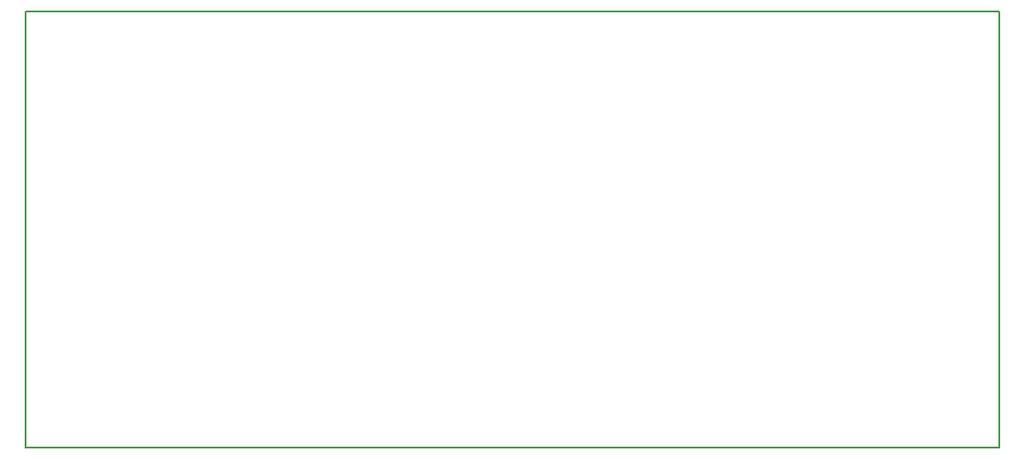
<source format=gbr>
G04 #@! TF.FileFunction,Profile,NP*
%FSLAX46Y46*%
G04 Gerber Fmt 4.6, Leading zero omitted, Abs format (unit mm)*
G04 Created by KiCad (PCBNEW 4.0.6) date 08/21/17 11:10:51*
%MOMM*%
%LPD*%
G01*
G04 APERTURE LIST*
%ADD10C,0.100000*%
%ADD11C,0.150000*%
G04 APERTURE END LIST*
D10*
D11*
X131064000Y-69342000D02*
X131064000Y-111252000D01*
X224536000Y-69342000D02*
X131064000Y-69342000D01*
X224536000Y-111252000D02*
X224536000Y-69342000D01*
X131064000Y-111252000D02*
X224536000Y-111252000D01*
M02*

</source>
